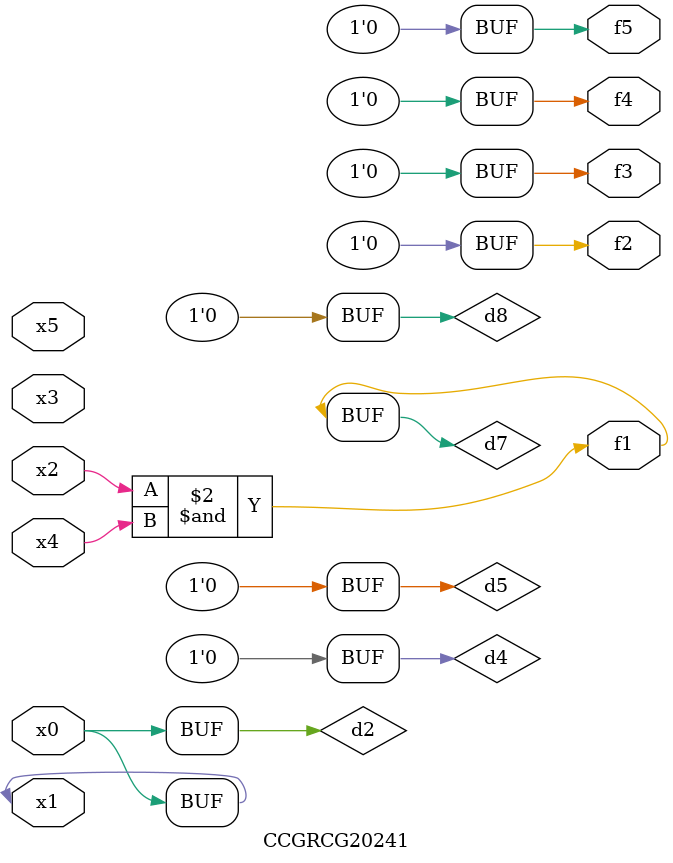
<source format=v>
module CCGRCG20241(
	input x0, x1, x2, x3, x4, x5,
	output f1, f2, f3, f4, f5
);

	wire d1, d2, d3, d4, d5, d6, d7, d8, d9;

	nand (d1, x1);
	buf (d2, x0, x1);
	nand (d3, x2, x4);
	and (d4, d1, d2);
	and (d5, d1, d2);
	nand (d6, d1, d3);
	not (d7, d3);
	xor (d8, d5);
	nor (d9, d5, d6);
	assign f1 = d7;
	assign f2 = d8;
	assign f3 = d8;
	assign f4 = d8;
	assign f5 = d8;
endmodule

</source>
